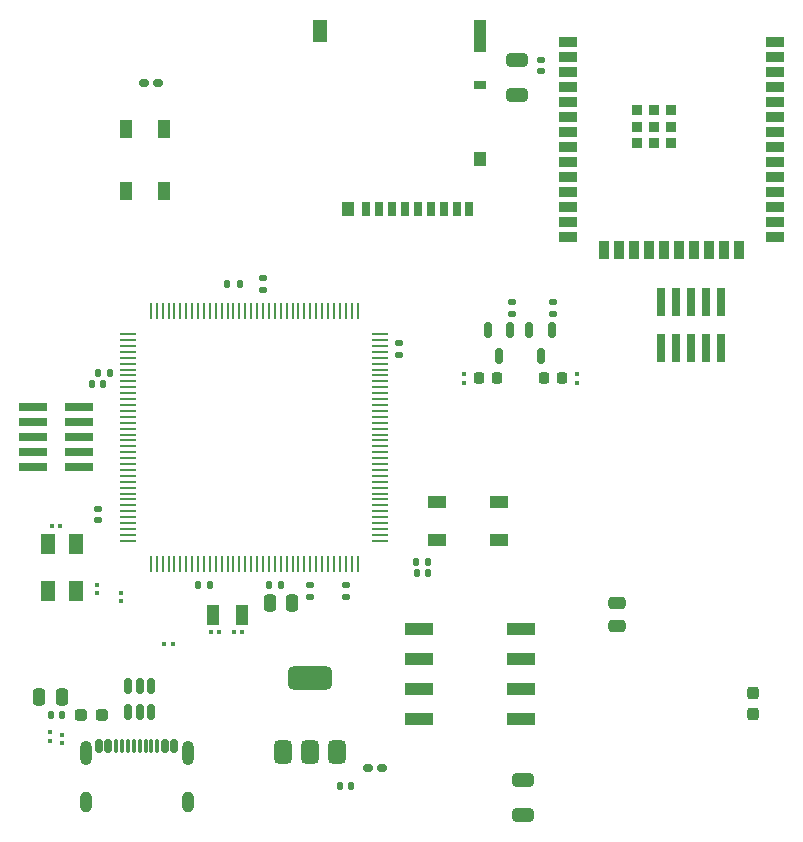
<source format=gbr>
%TF.GenerationSoftware,KiCad,Pcbnew,9.0.3*%
%TF.CreationDate,2025-07-12T21:01:37+12:00*%
%TF.ProjectId,RemiRAT,52656d69-5241-4542-9e6b-696361645f70,rev?*%
%TF.SameCoordinates,Original*%
%TF.FileFunction,Paste,Top*%
%TF.FilePolarity,Positive*%
%FSLAX46Y46*%
G04 Gerber Fmt 4.6, Leading zero omitted, Abs format (unit mm)*
G04 Created by KiCad (PCBNEW 9.0.3) date 2025-07-12 21:01:37*
%MOMM*%
%LPD*%
G01*
G04 APERTURE LIST*
G04 Aperture macros list*
%AMRoundRect*
0 Rectangle with rounded corners*
0 $1 Rounding radius*
0 $2 $3 $4 $5 $6 $7 $8 $9 X,Y pos of 4 corners*
0 Add a 4 corners polygon primitive as box body*
4,1,4,$2,$3,$4,$5,$6,$7,$8,$9,$2,$3,0*
0 Add four circle primitives for the rounded corners*
1,1,$1+$1,$2,$3*
1,1,$1+$1,$4,$5*
1,1,$1+$1,$6,$7*
1,1,$1+$1,$8,$9*
0 Add four rect primitives between the rounded corners*
20,1,$1+$1,$2,$3,$4,$5,0*
20,1,$1+$1,$4,$5,$6,$7,0*
20,1,$1+$1,$6,$7,$8,$9,0*
20,1,$1+$1,$8,$9,$2,$3,0*%
G04 Aperture macros list end*
%ADD10RoundRect,0.237500X-0.287500X-0.237500X0.287500X-0.237500X0.287500X0.237500X-0.287500X0.237500X0*%
%ADD11RoundRect,0.135000X0.185000X-0.135000X0.185000X0.135000X-0.185000X0.135000X-0.185000X-0.135000X0*%
%ADD12RoundRect,0.079500X0.079500X0.100500X-0.079500X0.100500X-0.079500X-0.100500X0.079500X-0.100500X0*%
%ADD13R,1.000000X1.550000*%
%ADD14RoundRect,0.150000X-0.150000X0.512500X-0.150000X-0.512500X0.150000X-0.512500X0.150000X0.512500X0*%
%ADD15RoundRect,0.079500X-0.079500X-0.100500X0.079500X-0.100500X0.079500X0.100500X-0.079500X0.100500X0*%
%ADD16RoundRect,0.135000X0.135000X0.185000X-0.135000X0.185000X-0.135000X-0.185000X0.135000X-0.185000X0*%
%ADD17RoundRect,0.140000X0.170000X-0.140000X0.170000X0.140000X-0.170000X0.140000X-0.170000X-0.140000X0*%
%ADD18RoundRect,0.250000X-0.650000X0.325000X-0.650000X-0.325000X0.650000X-0.325000X0.650000X0.325000X0*%
%ADD19R,1.470000X0.280000*%
%ADD20R,0.280000X1.470000*%
%ADD21RoundRect,0.218750X-0.218750X-0.256250X0.218750X-0.256250X0.218750X0.256250X-0.218750X0.256250X0*%
%ADD22R,0.700000X1.200000*%
%ADD23R,1.000000X0.800000*%
%ADD24R,1.000000X1.200000*%
%ADD25R,1.000000X2.800000*%
%ADD26R,1.300000X1.900000*%
%ADD27RoundRect,0.375000X0.375000X-0.625000X0.375000X0.625000X-0.375000X0.625000X-0.375000X-0.625000X0*%
%ADD28RoundRect,0.500000X1.400000X-0.500000X1.400000X0.500000X-1.400000X0.500000X-1.400000X-0.500000X0*%
%ADD29RoundRect,0.237500X0.237500X-0.287500X0.237500X0.287500X-0.237500X0.287500X-0.237500X-0.287500X0*%
%ADD30RoundRect,0.140000X0.140000X0.170000X-0.140000X0.170000X-0.140000X-0.170000X0.140000X-0.170000X0*%
%ADD31RoundRect,0.250000X0.650000X-0.325000X0.650000X0.325000X-0.650000X0.325000X-0.650000X-0.325000X0*%
%ADD32RoundRect,0.218750X0.218750X0.256250X-0.218750X0.256250X-0.218750X-0.256250X0.218750X-0.256250X0*%
%ADD33R,1.200000X1.800000*%
%ADD34RoundRect,0.079500X0.100500X-0.079500X0.100500X0.079500X-0.100500X0.079500X-0.100500X-0.079500X0*%
%ADD35RoundRect,0.140000X-0.140000X-0.170000X0.140000X-0.170000X0.140000X0.170000X-0.140000X0.170000X0*%
%ADD36RoundRect,0.250000X0.250000X0.475000X-0.250000X0.475000X-0.250000X-0.475000X0.250000X-0.475000X0*%
%ADD37RoundRect,0.150000X-0.150000X-0.425000X0.150000X-0.425000X0.150000X0.425000X-0.150000X0.425000X0*%
%ADD38RoundRect,0.075000X-0.075000X-0.500000X0.075000X-0.500000X0.075000X0.500000X-0.075000X0.500000X0*%
%ADD39O,1.000000X2.100000*%
%ADD40O,1.000000X1.800000*%
%ADD41R,0.740000X2.400000*%
%ADD42RoundRect,0.250000X-0.250000X-0.475000X0.250000X-0.475000X0.250000X0.475000X-0.250000X0.475000X0*%
%ADD43R,2.440000X1.130000*%
%ADD44R,1.498600X0.889000*%
%ADD45R,0.889000X1.498600*%
%ADD46R,0.889000X0.889000*%
%ADD47RoundRect,0.079500X-0.100500X0.079500X-0.100500X-0.079500X0.100500X-0.079500X0.100500X0.079500X0*%
%ADD48RoundRect,0.250000X0.475000X-0.250000X0.475000X0.250000X-0.475000X0.250000X-0.475000X-0.250000X0*%
%ADD49RoundRect,0.160000X-0.222500X-0.160000X0.222500X-0.160000X0.222500X0.160000X-0.222500X0.160000X0*%
%ADD50R,2.400000X0.740000*%
%ADD51RoundRect,0.140000X-0.170000X0.140000X-0.170000X-0.140000X0.170000X-0.140000X0.170000X0.140000X0*%
%ADD52RoundRect,0.135000X-0.185000X0.135000X-0.185000X-0.135000X0.185000X-0.135000X0.185000X0.135000X0*%
%ADD53R,1.550000X1.000000*%
%ADD54RoundRect,0.135000X-0.135000X-0.185000X0.135000X-0.185000X0.135000X0.185000X-0.135000X0.185000X0*%
%ADD55R,1.000000X1.800000*%
%ADD56RoundRect,0.150000X0.150000X-0.512500X0.150000X0.512500X-0.150000X0.512500X-0.150000X-0.512500X0*%
G04 APERTURE END LIST*
D10*
%TO.C,F1*%
X123625000Y-111000000D03*
X125375000Y-111000000D03*
%TD*%
D11*
%TO.C,R11*%
X160050000Y-77010000D03*
X160050000Y-75990000D03*
%TD*%
D12*
%TO.C,C7*%
X137250000Y-104000000D03*
X136560000Y-104000000D03*
%TD*%
D13*
%TO.C,S3*%
X127400000Y-66625000D03*
X127400000Y-61375000D03*
X130600000Y-66625000D03*
X130600000Y-61375000D03*
%TD*%
D14*
%TO.C,Q2*%
X159950000Y-78362500D03*
X158050000Y-78362500D03*
X159000000Y-80637500D03*
%TD*%
D15*
%TO.C,R4*%
X130655000Y-105000000D03*
X131345000Y-105000000D03*
%TD*%
D16*
%TO.C,R5*%
X153010000Y-98000000D03*
X151990000Y-98000000D03*
%TD*%
D17*
%TO.C,C21*%
X150500000Y-80480000D03*
X150500000Y-79520000D03*
%TD*%
D18*
%TO.C,C8*%
X160500000Y-55525000D03*
X160500000Y-58475000D03*
%TD*%
D19*
%TO.C,U1*%
X127580000Y-78750000D03*
X127580000Y-79250000D03*
X127580000Y-79750000D03*
X127580000Y-80250000D03*
X127580000Y-80750000D03*
X127580000Y-81250000D03*
X127580000Y-81750000D03*
X127580000Y-82250000D03*
X127580000Y-82750000D03*
X127580000Y-83250000D03*
X127580000Y-83750000D03*
X127580000Y-84250000D03*
X127580000Y-84750000D03*
X127580000Y-85250000D03*
X127580000Y-85750000D03*
X127580000Y-86250000D03*
X127580000Y-86750000D03*
X127580000Y-87250000D03*
X127580000Y-87750000D03*
X127580000Y-88250000D03*
X127580000Y-88750000D03*
X127580000Y-89250000D03*
X127580000Y-89750000D03*
X127580000Y-90250000D03*
X127580000Y-90750000D03*
X127580000Y-91250000D03*
X127580000Y-91750000D03*
X127580000Y-92250000D03*
X127580000Y-92750000D03*
X127580000Y-93250000D03*
X127580000Y-93750000D03*
X127580000Y-94250000D03*
X127580000Y-94750000D03*
X127580000Y-95250000D03*
X127580000Y-95750000D03*
X127580000Y-96250000D03*
D20*
X129500000Y-98170000D03*
X130000000Y-98170000D03*
X130500000Y-98170000D03*
X131000000Y-98170000D03*
X131500000Y-98170000D03*
X132000000Y-98170000D03*
X132500000Y-98170000D03*
X133000000Y-98170000D03*
X133500000Y-98170000D03*
X134000000Y-98170000D03*
X134500000Y-98170000D03*
X135000000Y-98170000D03*
X135500000Y-98170000D03*
X136000000Y-98170000D03*
X136500000Y-98170000D03*
X137000000Y-98170000D03*
X137500000Y-98170000D03*
X138000000Y-98170000D03*
X138500000Y-98170000D03*
X139000000Y-98170000D03*
X139500000Y-98170000D03*
X140000000Y-98170000D03*
X140500000Y-98170000D03*
X141000000Y-98170000D03*
X141500000Y-98170000D03*
X142000000Y-98170000D03*
X142500000Y-98170000D03*
X143000000Y-98170000D03*
X143500000Y-98170000D03*
X144000000Y-98170000D03*
X144500000Y-98170000D03*
X145000000Y-98170000D03*
X145500000Y-98170000D03*
X146000000Y-98170000D03*
X146500000Y-98170000D03*
X147000000Y-98170000D03*
D19*
X148920000Y-96250000D03*
X148920000Y-95750000D03*
X148920000Y-95250000D03*
X148920000Y-94750000D03*
X148920000Y-94250000D03*
X148920000Y-93750000D03*
X148920000Y-93250000D03*
X148920000Y-92750000D03*
X148920000Y-92250000D03*
X148920000Y-91750000D03*
X148920000Y-91250000D03*
X148920000Y-90750000D03*
X148920000Y-90250000D03*
X148920000Y-89750000D03*
X148920000Y-89250000D03*
X148920000Y-88750000D03*
X148920000Y-88250000D03*
X148920000Y-87750000D03*
X148920000Y-87250000D03*
X148920000Y-86750000D03*
X148920000Y-86250000D03*
X148920000Y-85750000D03*
X148920000Y-85250000D03*
X148920000Y-84750000D03*
X148920000Y-84250000D03*
X148920000Y-83750000D03*
X148920000Y-83250000D03*
X148920000Y-82750000D03*
X148920000Y-82250000D03*
X148920000Y-81750000D03*
X148920000Y-81250000D03*
X148920000Y-80750000D03*
X148920000Y-80250000D03*
X148920000Y-79750000D03*
X148920000Y-79250000D03*
X148920000Y-78750000D03*
D20*
X147000000Y-76830000D03*
X146500000Y-76830000D03*
X146000000Y-76830000D03*
X145500000Y-76830000D03*
X145000000Y-76830000D03*
X144500000Y-76830000D03*
X144000000Y-76830000D03*
X143500000Y-76830000D03*
X143000000Y-76830000D03*
X142500000Y-76830000D03*
X142000000Y-76830000D03*
X141500000Y-76830000D03*
X141000000Y-76830000D03*
X140500000Y-76830000D03*
X140000000Y-76830000D03*
X139500000Y-76830000D03*
X139000000Y-76830000D03*
X138500000Y-76830000D03*
X138000000Y-76830000D03*
X137500000Y-76830000D03*
X137000000Y-76830000D03*
X136500000Y-76830000D03*
X136000000Y-76830000D03*
X135500000Y-76830000D03*
X135000000Y-76830000D03*
X134500000Y-76830000D03*
X134000000Y-76830000D03*
X133500000Y-76830000D03*
X133000000Y-76830000D03*
X132500000Y-76830000D03*
X132000000Y-76830000D03*
X131500000Y-76830000D03*
X131000000Y-76830000D03*
X130500000Y-76830000D03*
X130000000Y-76830000D03*
X129500000Y-76830000D03*
%TD*%
D12*
%TO.C,C5*%
X121815000Y-94970000D03*
X121125000Y-94970000D03*
%TD*%
D21*
%TO.C,LD1*%
X162762500Y-82500000D03*
X164337500Y-82500000D03*
%TD*%
D22*
%TO.C,J4*%
X147755000Y-68190000D03*
X148855000Y-68190000D03*
X149955000Y-68190000D03*
X151055000Y-68190000D03*
X152155000Y-68190000D03*
X153255000Y-68190000D03*
X154355000Y-68190000D03*
X155455000Y-68190000D03*
X156405000Y-68190000D03*
D23*
X157355000Y-57690000D03*
D24*
X157355000Y-63890000D03*
D25*
X157355000Y-53540000D03*
D24*
X146205000Y-68190000D03*
D26*
X143855000Y-53090000D03*
%TD*%
D27*
%TO.C,VR1*%
X140700000Y-114150000D03*
X143000000Y-114150000D03*
X145300000Y-114150000D03*
D28*
X143000000Y-107850000D03*
%TD*%
D17*
%TO.C,C10*%
X125000000Y-94480000D03*
X125000000Y-93520000D03*
%TD*%
D29*
%TO.C,F3*%
X180500000Y-110875000D03*
X180500000Y-109125000D03*
%TD*%
D30*
%TO.C,C3*%
X152980000Y-99000000D03*
X152020000Y-99000000D03*
%TD*%
D31*
%TO.C,C13*%
X161000000Y-119475000D03*
X161000000Y-116525000D03*
%TD*%
D32*
%TO.C,LD2*%
X158837500Y-82500000D03*
X157262500Y-82500000D03*
%TD*%
D16*
%TO.C,R14*%
X126010000Y-82000000D03*
X124990000Y-82000000D03*
%TD*%
D33*
%TO.C,Y1*%
X120800000Y-96500000D03*
X120800000Y-100500000D03*
X123200000Y-100500000D03*
X123200000Y-96500000D03*
%TD*%
D34*
%TO.C,R1*%
X122000000Y-113345000D03*
X122000000Y-112655000D03*
%TD*%
%TO.C,R2*%
X121000000Y-113165000D03*
X121000000Y-112475000D03*
%TD*%
D35*
%TO.C,C18*%
X133520000Y-100000000D03*
X134480000Y-100000000D03*
%TD*%
D34*
%TO.C,R10*%
X165550000Y-82845000D03*
X165550000Y-82155000D03*
%TD*%
D30*
%TO.C,C19*%
X125460000Y-83000000D03*
X124500000Y-83000000D03*
%TD*%
D34*
%TO.C,R3*%
X127000000Y-101345000D03*
X127000000Y-100655000D03*
%TD*%
D35*
%TO.C,C14*%
X145520000Y-117000000D03*
X146480000Y-117000000D03*
%TD*%
%TO.C,C15*%
X139520000Y-100000000D03*
X140480000Y-100000000D03*
%TD*%
D11*
%TO.C,R9*%
X163550000Y-77010000D03*
X163550000Y-75990000D03*
%TD*%
D36*
%TO.C,C2*%
X121950000Y-109500000D03*
X120050000Y-109500000D03*
%TD*%
D37*
%TO.C,J1*%
X125100000Y-113637500D03*
X125900000Y-113637500D03*
D38*
X127050000Y-113637500D03*
X128050000Y-113637500D03*
X128550000Y-113637500D03*
X129550000Y-113637500D03*
D37*
X130700000Y-113637500D03*
X131500000Y-113637500D03*
X131500000Y-113637500D03*
X130700000Y-113637500D03*
D38*
X130050000Y-113637500D03*
X129050000Y-113637500D03*
X127550000Y-113637500D03*
X126550000Y-113637500D03*
D37*
X125900000Y-113637500D03*
X125100000Y-113637500D03*
D39*
X123980000Y-114212500D03*
D40*
X123980000Y-118392500D03*
D39*
X132620000Y-114212500D03*
D40*
X132620000Y-118392500D03*
%TD*%
D41*
%TO.C,J2*%
X172690000Y-79900000D03*
X172690000Y-76000000D03*
X173960000Y-79900000D03*
X173960000Y-76000000D03*
X175230000Y-79900000D03*
X175230000Y-76000000D03*
X176500000Y-79900000D03*
X176500000Y-76000000D03*
X177770000Y-79900000D03*
X177770000Y-76000000D03*
%TD*%
D42*
%TO.C,C16*%
X139550000Y-101500000D03*
X141450000Y-101500000D03*
%TD*%
D43*
%TO.C,S2*%
X152200000Y-103690000D03*
X152200000Y-106230000D03*
X152200000Y-108770000D03*
X152200000Y-111310000D03*
X160800000Y-111310000D03*
X160800000Y-108770000D03*
X160800000Y-106230000D03*
X160800000Y-103690000D03*
%TD*%
D44*
%TO.C,U2*%
X164854300Y-54000000D03*
X164854300Y-55270000D03*
X164854300Y-56540000D03*
X164854300Y-57810000D03*
X164854300Y-59080000D03*
X164854300Y-60350000D03*
X164854300Y-61620000D03*
X164854300Y-62890000D03*
X164854300Y-64160000D03*
X164854300Y-65430000D03*
X164854300Y-66700000D03*
X164854300Y-67970000D03*
X164854300Y-69240000D03*
X164854300Y-70510000D03*
D45*
X167889300Y-71605002D03*
X169159300Y-71605002D03*
X170429300Y-71605002D03*
X171699300Y-71605002D03*
X172969300Y-71605002D03*
X174239300Y-71605002D03*
X175509300Y-71605002D03*
X176779300Y-71605002D03*
X178049300Y-71605002D03*
X179319300Y-71605002D03*
D44*
X182354300Y-70510000D03*
X182354300Y-69240000D03*
X182354300Y-67970000D03*
X182354300Y-66700000D03*
X182354300Y-65430000D03*
X182354300Y-64160000D03*
X182354300Y-62890000D03*
X182354300Y-61620000D03*
X182354300Y-60350000D03*
X182354300Y-59080000D03*
X182354300Y-57810000D03*
X182354300Y-56540000D03*
X182354300Y-55270000D03*
X182354300Y-54000000D03*
D46*
X172100000Y-61186200D03*
X170700000Y-59786200D03*
X170700000Y-61186200D03*
X170700000Y-62586200D03*
X172100000Y-62586200D03*
X172100000Y-59786200D03*
X173500000Y-59786200D03*
X173500000Y-61186200D03*
X173500000Y-62586200D03*
%TD*%
D47*
%TO.C,C4*%
X124970000Y-99975000D03*
X124970000Y-100665000D03*
%TD*%
D15*
%TO.C,C6*%
X134560000Y-104000000D03*
X135250000Y-104000000D03*
%TD*%
D30*
%TO.C,C1*%
X121980000Y-111000000D03*
X121020000Y-111000000D03*
%TD*%
D17*
%TO.C,C20*%
X139000000Y-74980000D03*
X139000000Y-74020000D03*
%TD*%
D48*
%TO.C,C12*%
X169000000Y-103450000D03*
X169000000Y-101550000D03*
%TD*%
D49*
%TO.C,F4*%
X147927500Y-115500000D03*
X149072500Y-115500000D03*
%TD*%
D50*
%TO.C,J5*%
X119550000Y-84960000D03*
X123450000Y-84960000D03*
X119550000Y-86230000D03*
X123450000Y-86230000D03*
X119550000Y-87500000D03*
X123450000Y-87500000D03*
X119550000Y-88770000D03*
X123450000Y-88770000D03*
X119550000Y-90040000D03*
X123450000Y-90040000D03*
%TD*%
D51*
%TO.C,C17*%
X143000000Y-100020000D03*
X143000000Y-100980000D03*
%TD*%
D52*
%TO.C,R13*%
X146000000Y-99990000D03*
X146000000Y-101010000D03*
%TD*%
D53*
%TO.C,S1*%
X159000000Y-96200000D03*
X153750000Y-96200000D03*
X159000000Y-93000000D03*
X153750000Y-93000000D03*
%TD*%
D49*
%TO.C,F2*%
X128927500Y-57500000D03*
X130072500Y-57500000D03*
%TD*%
D51*
%TO.C,C9*%
X162500000Y-55520000D03*
X162500000Y-56480000D03*
%TD*%
D54*
%TO.C,R8*%
X135990000Y-74500000D03*
X137010000Y-74500000D03*
%TD*%
D47*
%TO.C,R12*%
X156050000Y-82155000D03*
X156050000Y-82845000D03*
%TD*%
D55*
%TO.C,Y2*%
X137250000Y-102500000D03*
X134750000Y-102500000D03*
%TD*%
D14*
%TO.C,Q1*%
X163450000Y-78362500D03*
X161550000Y-78362500D03*
X162500000Y-80637500D03*
%TD*%
D56*
%TO.C,U3*%
X127600000Y-110775000D03*
X128550000Y-110775000D03*
X129500000Y-110775000D03*
X129500000Y-108500000D03*
X128550000Y-108500000D03*
X127600000Y-108500000D03*
%TD*%
M02*

</source>
